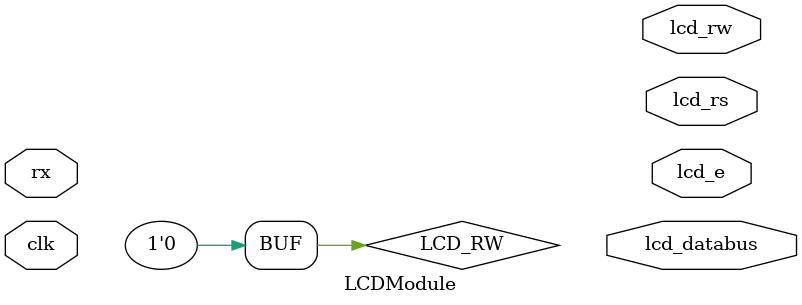
<source format=v>
`timescale 1ns / 1ps

module LCDModule(
    input clk,
    input [2:0]rx,

    output lcd_rs,
    output lcd_rw,
    output lcd_e,
    output [7:0] lcd_databus
    );
    
    
    wire RxD_data_ready;
    wire [7:0] RxD_data;
    //async_receiver deserializer(.clk(clk), .RxD(RxD), .RxD_data_ready(RxD_data_ready), .RxD_data(RxD_data));
    assign LCD_RS = RxD_data[7];
    assign LCD_DataBus = {1'b0, RxD_data[6:0]};   // sends only 7 bits to the module, padded with a '0' in front to make 8 bits
    
    assign LCD_RW = 0;
endmodule

</source>
